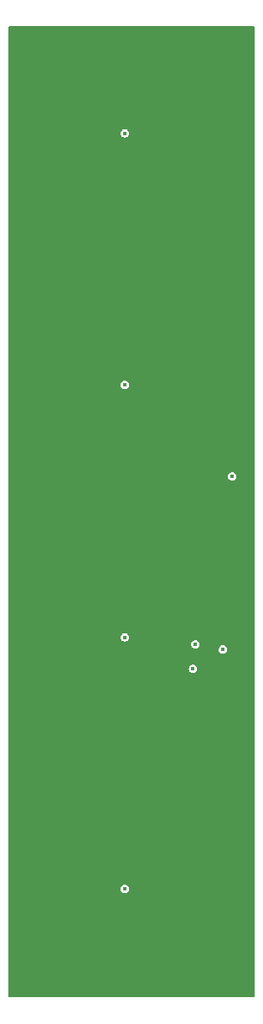
<source format=gbr>
%TF.GenerationSoftware,KiCad,Pcbnew,(6.0.4)*%
%TF.CreationDate,2023-05-09T11:07:54+09:00*%
%TF.ProjectId,Antenna,416e7465-6e6e-4612-9e6b-696361645f70,rev?*%
%TF.SameCoordinates,Original*%
%TF.FileFunction,Copper,L2,Inr*%
%TF.FilePolarity,Positive*%
%FSLAX46Y46*%
G04 Gerber Fmt 4.6, Leading zero omitted, Abs format (unit mm)*
G04 Created by KiCad (PCBNEW (6.0.4)) date 2023-05-09 11:07:54*
%MOMM*%
%LPD*%
G01*
G04 APERTURE LIST*
%TA.AperFunction,ComponentPad*%
%ADD10C,2.600000*%
%TD*%
%TA.AperFunction,ViaPad*%
%ADD11C,0.450000*%
%TD*%
G04 APERTURE END LIST*
D10*
%TO.N,GND*%
%TO.C,H2*%
X134075000Y-53850000D03*
%TD*%
%TO.N,GND*%
%TO.C,H1*%
X134075000Y-130000000D03*
%TD*%
D11*
%TO.N,GND*%
X131851400Y-76978400D03*
X131851400Y-78003400D03*
X129600000Y-100200000D03*
X130075000Y-114375000D03*
X133550000Y-112175000D03*
X134475000Y-96600000D03*
X131075000Y-104300000D03*
X129600000Y-102650000D03*
X134925000Y-84800000D03*
X133392500Y-99557500D03*
X133100000Y-95300000D03*
X134325000Y-98225000D03*
X131350000Y-114750000D03*
X133430000Y-104320000D03*
X129600000Y-98025000D03*
X131850000Y-72925000D03*
X131275000Y-110300000D03*
X131000000Y-91600000D03*
X135825000Y-101000000D03*
X132575000Y-104300000D03*
X129600000Y-104300000D03*
X131325000Y-84250000D03*
X132050000Y-95300000D03*
X129600000Y-95325000D03*
X132800000Y-114750000D03*
X130600000Y-112175000D03*
X131250000Y-101000000D03*
X131100000Y-108775000D03*
X134525000Y-94825000D03*
X134925000Y-104300000D03*
X131850000Y-71900000D03*
X132875000Y-110300000D03*
X134275000Y-101000000D03*
X129600000Y-92675000D03*
X131250000Y-94150000D03*
X133050000Y-108775000D03*
X134075000Y-114375000D03*
X129625000Y-91000000D03*
X132750000Y-92900000D03*
X131250000Y-96850000D03*
%TO.N,/receiver/RX*%
X123300000Y-104650000D03*
X123300000Y-79200000D03*
X123300000Y-130000000D03*
X123300000Y-53850000D03*
%TO.N,/5VA*%
X130200000Y-107825000D03*
X133225000Y-105875000D03*
%TO.N,/~EN1*%
X130450000Y-105375000D03*
X134175000Y-88425000D03*
%TD*%
%TA.AperFunction,Conductor*%
%TO.N,GND*%
G36*
X136268300Y-132275000D02*
G01*
X129375000Y-132275000D01*
X129375000Y-107825000D01*
X129770209Y-107825000D01*
X129791244Y-107957813D01*
X129852292Y-108077625D01*
X129947375Y-108172708D01*
X130067187Y-108233756D01*
X130200000Y-108254791D01*
X130332813Y-108233756D01*
X130452625Y-108172708D01*
X130547708Y-108077625D01*
X130608756Y-107957813D01*
X130629791Y-107825000D01*
X130608756Y-107692187D01*
X130547708Y-107572375D01*
X130452625Y-107477292D01*
X130332813Y-107416244D01*
X130200000Y-107395209D01*
X130067187Y-107416244D01*
X129947375Y-107477292D01*
X129852292Y-107572375D01*
X129791244Y-107692187D01*
X129770209Y-107825000D01*
X129375000Y-107825000D01*
X129375000Y-105875000D01*
X132795209Y-105875000D01*
X132816244Y-106007813D01*
X132877292Y-106127625D01*
X132972375Y-106222708D01*
X133092187Y-106283756D01*
X133225000Y-106304791D01*
X133357813Y-106283756D01*
X133477625Y-106222708D01*
X133572708Y-106127625D01*
X133633756Y-106007813D01*
X133654791Y-105875000D01*
X133633756Y-105742187D01*
X133572708Y-105622375D01*
X133477625Y-105527292D01*
X133357813Y-105466244D01*
X133225000Y-105445209D01*
X133092187Y-105466244D01*
X132972375Y-105527292D01*
X132877292Y-105622375D01*
X132816244Y-105742187D01*
X132795209Y-105875000D01*
X129375000Y-105875000D01*
X129375000Y-105375000D01*
X130020209Y-105375000D01*
X130041244Y-105507813D01*
X130102292Y-105627625D01*
X130197375Y-105722708D01*
X130317187Y-105783756D01*
X130450000Y-105804791D01*
X130582813Y-105783756D01*
X130702625Y-105722708D01*
X130797708Y-105627625D01*
X130858756Y-105507813D01*
X130879791Y-105375000D01*
X130858756Y-105242187D01*
X130797708Y-105122375D01*
X130702625Y-105027292D01*
X130582813Y-104966244D01*
X130450000Y-104945209D01*
X130317187Y-104966244D01*
X130197375Y-105027292D01*
X130102292Y-105122375D01*
X130041244Y-105242187D01*
X130020209Y-105375000D01*
X129375000Y-105375000D01*
X129375000Y-88425000D01*
X133745209Y-88425000D01*
X133766244Y-88557813D01*
X133827292Y-88677625D01*
X133922375Y-88772708D01*
X134042187Y-88833756D01*
X134175000Y-88854791D01*
X134307813Y-88833756D01*
X134427625Y-88772708D01*
X134522708Y-88677625D01*
X134583756Y-88557813D01*
X134604791Y-88425000D01*
X134583756Y-88292187D01*
X134522708Y-88172375D01*
X134427625Y-88077292D01*
X134307813Y-88016244D01*
X134175000Y-87995209D01*
X134042187Y-88016244D01*
X133922375Y-88077292D01*
X133827292Y-88172375D01*
X133766244Y-88292187D01*
X133745209Y-88425000D01*
X129375000Y-88425000D01*
X129375000Y-51550000D01*
X136268300Y-51550000D01*
X136268300Y-132275000D01*
G37*
%TD.AperFunction*%
%TD*%
%TA.AperFunction,Conductor*%
%TO.N,GND*%
G36*
X136389921Y-43074002D02*
G01*
X136436414Y-43127658D01*
X136447800Y-43180000D01*
X136447800Y-140817600D01*
X136427798Y-140885721D01*
X136374142Y-140932214D01*
X136321800Y-140943600D01*
X111683800Y-140943600D01*
X111615679Y-140923598D01*
X111569186Y-140869942D01*
X111557800Y-140817600D01*
X111557800Y-130000000D01*
X122870209Y-130000000D01*
X122891244Y-130132813D01*
X122952292Y-130252625D01*
X123047375Y-130347708D01*
X123056207Y-130352208D01*
X123056208Y-130352209D01*
X123107281Y-130378232D01*
X123167187Y-130408756D01*
X123300000Y-130429791D01*
X123432813Y-130408756D01*
X123492719Y-130378232D01*
X123543792Y-130352209D01*
X123543793Y-130352208D01*
X123552625Y-130347708D01*
X123647708Y-130252625D01*
X123708756Y-130132813D01*
X123729791Y-130000000D01*
X123708756Y-129867187D01*
X123647708Y-129747375D01*
X123552625Y-129652292D01*
X123543793Y-129647792D01*
X123543792Y-129647791D01*
X123492719Y-129621768D01*
X123432813Y-129591244D01*
X123300000Y-129570209D01*
X123167187Y-129591244D01*
X123107281Y-129621768D01*
X123056208Y-129647791D01*
X123056207Y-129647792D01*
X123047375Y-129652292D01*
X122952292Y-129747375D01*
X122891244Y-129867187D01*
X122870209Y-130000000D01*
X111557800Y-130000000D01*
X111557800Y-107825000D01*
X129770209Y-107825000D01*
X129791244Y-107957813D01*
X129852292Y-108077625D01*
X129947375Y-108172708D01*
X129956207Y-108177208D01*
X129956208Y-108177209D01*
X130007281Y-108203232D01*
X130067187Y-108233756D01*
X130200000Y-108254791D01*
X130332813Y-108233756D01*
X130392719Y-108203232D01*
X130443792Y-108177209D01*
X130443793Y-108177208D01*
X130452625Y-108172708D01*
X130547708Y-108077625D01*
X130608756Y-107957813D01*
X130629791Y-107825000D01*
X130608756Y-107692187D01*
X130547708Y-107572375D01*
X130452625Y-107477292D01*
X130443793Y-107472792D01*
X130443792Y-107472791D01*
X130392719Y-107446768D01*
X130332813Y-107416244D01*
X130200000Y-107395209D01*
X130067187Y-107416244D01*
X130007281Y-107446768D01*
X129956208Y-107472791D01*
X129956207Y-107472792D01*
X129947375Y-107477292D01*
X129852292Y-107572375D01*
X129791244Y-107692187D01*
X129770209Y-107825000D01*
X111557800Y-107825000D01*
X111557800Y-105875000D01*
X132795209Y-105875000D01*
X132816244Y-106007813D01*
X132877292Y-106127625D01*
X132972375Y-106222708D01*
X132981207Y-106227208D01*
X132981208Y-106227209D01*
X133032281Y-106253232D01*
X133092187Y-106283756D01*
X133225000Y-106304791D01*
X133357813Y-106283756D01*
X133417719Y-106253232D01*
X133468792Y-106227209D01*
X133468793Y-106227208D01*
X133477625Y-106222708D01*
X133572708Y-106127625D01*
X133633756Y-106007813D01*
X133654791Y-105875000D01*
X133633756Y-105742187D01*
X133603232Y-105682281D01*
X133577209Y-105631208D01*
X133577208Y-105631207D01*
X133572708Y-105622375D01*
X133477625Y-105527292D01*
X133468793Y-105522792D01*
X133468792Y-105522791D01*
X133417719Y-105496768D01*
X133357813Y-105466244D01*
X133225000Y-105445209D01*
X133092187Y-105466244D01*
X133032281Y-105496768D01*
X132981208Y-105522791D01*
X132981207Y-105522792D01*
X132972375Y-105527292D01*
X132877292Y-105622375D01*
X132872792Y-105631207D01*
X132872791Y-105631208D01*
X132846768Y-105682281D01*
X132816244Y-105742187D01*
X132795209Y-105875000D01*
X111557800Y-105875000D01*
X111557800Y-105375000D01*
X130020209Y-105375000D01*
X130041244Y-105507813D01*
X130071768Y-105567719D01*
X130096045Y-105615364D01*
X130102292Y-105627625D01*
X130197375Y-105722708D01*
X130206207Y-105727208D01*
X130206208Y-105727209D01*
X130235604Y-105742187D01*
X130317187Y-105783756D01*
X130450000Y-105804791D01*
X130582813Y-105783756D01*
X130664396Y-105742187D01*
X130693792Y-105727209D01*
X130693793Y-105727208D01*
X130702625Y-105722708D01*
X130797708Y-105627625D01*
X130803956Y-105615364D01*
X130828232Y-105567719D01*
X130858756Y-105507813D01*
X130879791Y-105375000D01*
X130858756Y-105242187D01*
X130797708Y-105122375D01*
X130702625Y-105027292D01*
X130693793Y-105022792D01*
X130693792Y-105022791D01*
X130630804Y-104990697D01*
X130582813Y-104966244D01*
X130450000Y-104945209D01*
X130317187Y-104966244D01*
X130269196Y-104990697D01*
X130206208Y-105022791D01*
X130206207Y-105022792D01*
X130197375Y-105027292D01*
X130102292Y-105122375D01*
X130041244Y-105242187D01*
X130020209Y-105375000D01*
X111557800Y-105375000D01*
X111557800Y-104650000D01*
X122870209Y-104650000D01*
X122891244Y-104782813D01*
X122952292Y-104902625D01*
X123047375Y-104997708D01*
X123056207Y-105002208D01*
X123056208Y-105002209D01*
X123105436Y-105027292D01*
X123167187Y-105058756D01*
X123300000Y-105079791D01*
X123432813Y-105058756D01*
X123494564Y-105027292D01*
X123543792Y-105002209D01*
X123543793Y-105002208D01*
X123552625Y-104997708D01*
X123647708Y-104902625D01*
X123708756Y-104782813D01*
X123729791Y-104650000D01*
X123708756Y-104517187D01*
X123647708Y-104397375D01*
X123552625Y-104302292D01*
X123543793Y-104297792D01*
X123543792Y-104297791D01*
X123492719Y-104271768D01*
X123432813Y-104241244D01*
X123300000Y-104220209D01*
X123167187Y-104241244D01*
X123107281Y-104271768D01*
X123056208Y-104297791D01*
X123056207Y-104297792D01*
X123047375Y-104302292D01*
X122952292Y-104397375D01*
X122891244Y-104517187D01*
X122870209Y-104650000D01*
X111557800Y-104650000D01*
X111557800Y-88425000D01*
X133745209Y-88425000D01*
X133766244Y-88557813D01*
X133827292Y-88677625D01*
X133922375Y-88772708D01*
X133931207Y-88777208D01*
X133931208Y-88777209D01*
X133982281Y-88803232D01*
X134042187Y-88833756D01*
X134175000Y-88854791D01*
X134307813Y-88833756D01*
X134367719Y-88803232D01*
X134418792Y-88777209D01*
X134418793Y-88777208D01*
X134427625Y-88772708D01*
X134522708Y-88677625D01*
X134583756Y-88557813D01*
X134604791Y-88425000D01*
X134583756Y-88292187D01*
X134522708Y-88172375D01*
X134427625Y-88077292D01*
X134418793Y-88072792D01*
X134418792Y-88072791D01*
X134367719Y-88046768D01*
X134307813Y-88016244D01*
X134175000Y-87995209D01*
X134042187Y-88016244D01*
X133982281Y-88046768D01*
X133931208Y-88072791D01*
X133931207Y-88072792D01*
X133922375Y-88077292D01*
X133827292Y-88172375D01*
X133766244Y-88292187D01*
X133745209Y-88425000D01*
X111557800Y-88425000D01*
X111557800Y-79200000D01*
X122870209Y-79200000D01*
X122891244Y-79332813D01*
X122952292Y-79452625D01*
X123047375Y-79547708D01*
X123056207Y-79552208D01*
X123056208Y-79552209D01*
X123107281Y-79578232D01*
X123167187Y-79608756D01*
X123300000Y-79629791D01*
X123432813Y-79608756D01*
X123492719Y-79578232D01*
X123543792Y-79552209D01*
X123543793Y-79552208D01*
X123552625Y-79547708D01*
X123647708Y-79452625D01*
X123708756Y-79332813D01*
X123729791Y-79200000D01*
X123708756Y-79067187D01*
X123647708Y-78947375D01*
X123552625Y-78852292D01*
X123543793Y-78847792D01*
X123543792Y-78847791D01*
X123492719Y-78821768D01*
X123432813Y-78791244D01*
X123300000Y-78770209D01*
X123167187Y-78791244D01*
X123107281Y-78821768D01*
X123056208Y-78847791D01*
X123056207Y-78847792D01*
X123047375Y-78852292D01*
X122952292Y-78947375D01*
X122891244Y-79067187D01*
X122870209Y-79200000D01*
X111557800Y-79200000D01*
X111557800Y-53850000D01*
X122870209Y-53850000D01*
X122891244Y-53982813D01*
X122952292Y-54102625D01*
X123047375Y-54197708D01*
X123056207Y-54202208D01*
X123056208Y-54202209D01*
X123107281Y-54228232D01*
X123167187Y-54258756D01*
X123300000Y-54279791D01*
X123432813Y-54258756D01*
X123492719Y-54228232D01*
X123543792Y-54202209D01*
X123543793Y-54202208D01*
X123552625Y-54197708D01*
X123647708Y-54102625D01*
X123708756Y-53982813D01*
X123729791Y-53850000D01*
X123708756Y-53717187D01*
X123647708Y-53597375D01*
X123552625Y-53502292D01*
X123543793Y-53497792D01*
X123543792Y-53497791D01*
X123492719Y-53471768D01*
X123432813Y-53441244D01*
X123300000Y-53420209D01*
X123167187Y-53441244D01*
X123107281Y-53471768D01*
X123056208Y-53497791D01*
X123056207Y-53497792D01*
X123047375Y-53502292D01*
X122952292Y-53597375D01*
X122891244Y-53717187D01*
X122870209Y-53850000D01*
X111557800Y-53850000D01*
X111557800Y-43180000D01*
X111577802Y-43111879D01*
X111631458Y-43065386D01*
X111683800Y-43054000D01*
X136321800Y-43054000D01*
X136389921Y-43074002D01*
G37*
%TD.AperFunction*%
%TD*%
M02*

</source>
